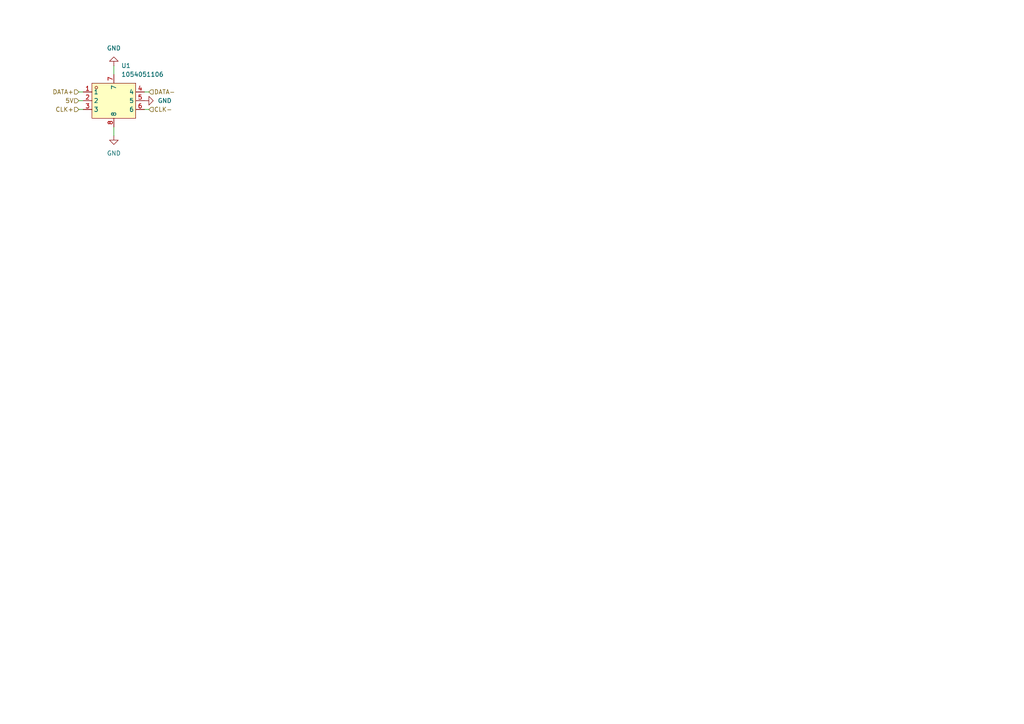
<source format=kicad_sch>
(kicad_sch (version 20250114) (generator "eeschema") (generator_version "9.0")
  (paper "A4")
  (lib_symbols
    (symbol "easyeda2kicad:1054051106"
      (property "Reference" "U" (at 0 12.7 0))
      (property "Value" "1054051106" (at 0 -12.7 0))
      (symbol "1054051106_0_1"
        (rectangle (start -6.35 5.08) (end 6.35 -5.08) (fill (type background)))
        (circle (center -5.08 3.81) (radius 0.38))
        (pin unspecified line (at -8.89 2.54 0) (length 2.54) (name "1") (number "1"))
        (pin unspecified line (at -8.89 0 0) (length 2.54) (name "2") (number "2"))
        (pin unspecified line (at -8.89 -2.54 0) (length 2.54) (name "3") (number "3"))
        (pin unspecified line (at 0 7.62 270) (length 2.54) (name "7") (number "7"))
        (pin unspecified line (at 0 -7.62 90) (length 2.54) (name "8") (number "8"))
        (pin unspecified line (at 8.89 2.54 180) (length 2.54) (name "4") (number "4"))
        (pin unspecified line (at 8.89 0 180) (length 2.54) (name "5") (number "5"))
        (pin unspecified line (at 8.89 -2.54 180) (length 2.54) (name "6") (number "6"))
      )
    )
    (symbol "power:GND" (power) (pin_numbers (hide yes)) (pin_names (offset 0) (hide yes))
      (property "Value" "GND" (at 0 -3.81 0))
      (symbol "GND_0_1"
        (polyline (pts (xy 0 0) (xy 0 -1.27) (xy 1.27 -1.27) (xy 0 -2.54) (xy -1.27 -1.27) (xy 0 -1.27)))
      )
      (symbol "GND_1_1"
        (pin power_in line (at 0 0 270) (length 0) (name "~") (number "1"))
      )
    )
  )
  (wire (pts (xy 41.91 31.75) (xy 43.18 31.75)))
  (wire (pts (xy 22.86 31.75) (xy 24.13 31.75)))
  (wire (pts (xy 33.02 36.83) (xy 33.02 39.37)))
  (wire (pts (xy 22.86 26.67) (xy 24.13 26.67)))
  (wire (pts (xy 33.02 19.05) (xy 33.02 21.59)))
  (wire (pts (xy 22.86 29.21) (xy 24.13 29.21)))
  (wire (pts (xy 41.91 26.67) (xy 43.18 26.67)))
  (hierarchical_label "DATA+" (shape input) (at 22.86 26.67 180))
  (hierarchical_label "DATA-" (shape input) (at 43.18 26.67 0))
  (hierarchical_label "CLK-" (shape input) (at 43.18 31.75 0))
  (hierarchical_label "CLK+" (shape input) (at 22.86 31.75 180))
  (hierarchical_label "5V" (shape input) (at 22.86 29.21 180))
  (symbol (lib_id "power:GND") (at 41.91 29.21 90) (unit 1)
    (property "Reference" "#PWR03" (effects (hide yes)))
    (property "Value" "GND" (at 45.72 29.2099 90) (effects (justify right)))
    (property "Description" "Power symbol creates a global label with name \"GND\" , ground" (effects (hide yes)))
  )
  (symbol (lib_id "power:GND") (at 33.02 19.05 180) (unit 1)
    (property "Reference" "#PWR01" (effects (hide yes)))
    (property "Value" "GND" (at 33.02 13.97 0))
    (property "Description" "Power symbol creates a global label with name \"GND\" , ground" (effects (hide yes)))
  )
  (symbol (lib_id "power:GND") (at 33.02 39.37 0) (unit 1)
    (property "Reference" "#PWR02" (effects (hide yes)))
    (property "Value" "GND" (at 33.02 44.45 0))
    (property "Description" "Power symbol creates a global label with name \"GND\" , ground" (effects (hide yes)))
  )
  (symbol (lib_id "easyeda2kicad:1054051106") (at 33.02 29.21 0) (unit 1)
    (property "Reference" "U1" (at 35.1633 19.05 0) (effects (justify left)))
    (property "Value" "1054051106" (at 35.1633 21.59 0) (effects (justify left)))
    (property "Footprint" "easyeda2kicad:CONN-SMD_1054051106" (effects (hide yes)))
    (property "LCSC Part" "C17285624" (effects (hide yes)))
  )
)
</source>
